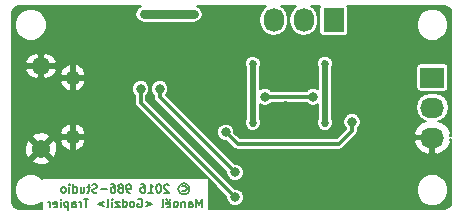
<source format=gbl>
G04 #@! TF.FileFunction,Copper,L2,Bot,Signal*
%FSLAX46Y46*%
G04 Gerber Fmt 4.6, Leading zero omitted, Abs format (unit mm)*
G04 Created by KiCad (PCBNEW (2016-07-14 BZR 6980)-product) date Friday 15 July 2016 'à' 19:16:37*
%MOMM*%
%LPD*%
G01*
G04 APERTURE LIST*
%ADD10C,0.150000*%
%ADD11C,0.175000*%
%ADD12R,1.727200X2.032000*%
%ADD13O,1.727200X2.032000*%
%ADD14C,1.250000*%
%ADD15C,1.550000*%
%ADD16R,2.032000X1.727200*%
%ADD17O,2.032000X1.727200*%
%ADD18C,0.685800*%
%ADD19C,0.800000*%
%ADD20C,0.500000*%
%ADD21C,0.800000*%
%ADD22C,0.300000*%
%ADD23C,0.180000*%
G04 APERTURE END LIST*
D10*
D11*
X162816666Y-95670833D02*
X162883333Y-95637500D01*
X163016666Y-95637500D01*
X163083333Y-95670833D01*
X163150000Y-95737500D01*
X163183333Y-95804166D01*
X163183333Y-95937500D01*
X163150000Y-96004166D01*
X163083333Y-96070833D01*
X163016666Y-96104166D01*
X162883333Y-96104166D01*
X162816666Y-96070833D01*
X162950000Y-95404166D02*
X163116666Y-95437500D01*
X163283333Y-95537500D01*
X163383333Y-95704166D01*
X163416666Y-95870833D01*
X163383333Y-96037500D01*
X163283333Y-96204166D01*
X163116666Y-96304166D01*
X162950000Y-96337500D01*
X162783333Y-96304166D01*
X162616666Y-96204166D01*
X162516666Y-96037500D01*
X162483333Y-95870833D01*
X162516666Y-95704166D01*
X162616666Y-95537500D01*
X162783333Y-95437500D01*
X162950000Y-95404166D01*
X161683333Y-95570833D02*
X161650000Y-95537500D01*
X161583333Y-95504166D01*
X161416666Y-95504166D01*
X161350000Y-95537500D01*
X161316666Y-95570833D01*
X161283333Y-95637500D01*
X161283333Y-95704166D01*
X161316666Y-95804166D01*
X161716666Y-96204166D01*
X161283333Y-96204166D01*
X160850000Y-95504166D02*
X160783333Y-95504166D01*
X160716666Y-95537500D01*
X160683333Y-95570833D01*
X160650000Y-95637500D01*
X160616666Y-95770833D01*
X160616666Y-95937500D01*
X160650000Y-96070833D01*
X160683333Y-96137500D01*
X160716666Y-96170833D01*
X160783333Y-96204166D01*
X160850000Y-96204166D01*
X160916666Y-96170833D01*
X160950000Y-96137500D01*
X160983333Y-96070833D01*
X161016666Y-95937500D01*
X161016666Y-95770833D01*
X160983333Y-95637500D01*
X160950000Y-95570833D01*
X160916666Y-95537500D01*
X160850000Y-95504166D01*
X159950000Y-96204166D02*
X160350000Y-96204166D01*
X160150000Y-96204166D02*
X160150000Y-95504166D01*
X160216666Y-95604166D01*
X160283333Y-95670833D01*
X160350000Y-95704166D01*
X159350000Y-95504166D02*
X159483333Y-95504166D01*
X159550000Y-95537500D01*
X159583333Y-95570833D01*
X159650000Y-95670833D01*
X159683333Y-95804166D01*
X159683333Y-96070833D01*
X159650000Y-96137500D01*
X159616666Y-96170833D01*
X159550000Y-96204166D01*
X159416666Y-96204166D01*
X159350000Y-96170833D01*
X159316666Y-96137500D01*
X159283333Y-96070833D01*
X159283333Y-95904166D01*
X159316666Y-95837500D01*
X159350000Y-95804166D01*
X159416666Y-95770833D01*
X159550000Y-95770833D01*
X159616666Y-95804166D01*
X159650000Y-95837500D01*
X159683333Y-95904166D01*
X158416666Y-96204166D02*
X158283333Y-96204166D01*
X158216666Y-96170833D01*
X158183333Y-96137500D01*
X158116666Y-96037500D01*
X158083333Y-95904166D01*
X158083333Y-95637500D01*
X158116666Y-95570833D01*
X158150000Y-95537500D01*
X158216666Y-95504166D01*
X158350000Y-95504166D01*
X158416666Y-95537500D01*
X158450000Y-95570833D01*
X158483333Y-95637500D01*
X158483333Y-95804166D01*
X158450000Y-95870833D01*
X158416666Y-95904166D01*
X158350000Y-95937500D01*
X158216666Y-95937500D01*
X158150000Y-95904166D01*
X158116666Y-95870833D01*
X158083333Y-95804166D01*
X157683333Y-95804166D02*
X157750000Y-95770833D01*
X157783333Y-95737500D01*
X157816666Y-95670833D01*
X157816666Y-95637500D01*
X157783333Y-95570833D01*
X157750000Y-95537500D01*
X157683333Y-95504166D01*
X157550000Y-95504166D01*
X157483333Y-95537500D01*
X157450000Y-95570833D01*
X157416666Y-95637500D01*
X157416666Y-95670833D01*
X157450000Y-95737500D01*
X157483333Y-95770833D01*
X157550000Y-95804166D01*
X157683333Y-95804166D01*
X157750000Y-95837500D01*
X157783333Y-95870833D01*
X157816666Y-95937500D01*
X157816666Y-96070833D01*
X157783333Y-96137500D01*
X157750000Y-96170833D01*
X157683333Y-96204166D01*
X157550000Y-96204166D01*
X157483333Y-96170833D01*
X157450000Y-96137500D01*
X157416666Y-96070833D01*
X157416666Y-95937500D01*
X157450000Y-95870833D01*
X157483333Y-95837500D01*
X157550000Y-95804166D01*
X156816666Y-95504166D02*
X156950000Y-95504166D01*
X157016666Y-95537500D01*
X157050000Y-95570833D01*
X157116666Y-95670833D01*
X157150000Y-95804166D01*
X157150000Y-96070833D01*
X157116666Y-96137500D01*
X157083333Y-96170833D01*
X157016666Y-96204166D01*
X156883333Y-96204166D01*
X156816666Y-96170833D01*
X156783333Y-96137500D01*
X156750000Y-96070833D01*
X156750000Y-95904166D01*
X156783333Y-95837500D01*
X156816666Y-95804166D01*
X156883333Y-95770833D01*
X157016666Y-95770833D01*
X157083333Y-95804166D01*
X157116666Y-95837500D01*
X157150000Y-95904166D01*
X156450000Y-95937500D02*
X155916666Y-95937500D01*
X155616666Y-96170833D02*
X155516666Y-96204166D01*
X155350000Y-96204166D01*
X155283333Y-96170833D01*
X155250000Y-96137500D01*
X155216666Y-96070833D01*
X155216666Y-96004166D01*
X155250000Y-95937500D01*
X155283333Y-95904166D01*
X155350000Y-95870833D01*
X155483333Y-95837500D01*
X155550000Y-95804166D01*
X155583333Y-95770833D01*
X155616666Y-95704166D01*
X155616666Y-95637500D01*
X155583333Y-95570833D01*
X155550000Y-95537500D01*
X155483333Y-95504166D01*
X155316666Y-95504166D01*
X155216666Y-95537500D01*
X155016666Y-95737500D02*
X154750000Y-95737500D01*
X154916666Y-95504166D02*
X154916666Y-96104166D01*
X154883333Y-96170833D01*
X154816666Y-96204166D01*
X154750000Y-96204166D01*
X154216666Y-95737500D02*
X154216666Y-96204166D01*
X154516666Y-95737500D02*
X154516666Y-96104166D01*
X154483333Y-96170833D01*
X154416666Y-96204166D01*
X154316666Y-96204166D01*
X154250000Y-96170833D01*
X154216666Y-96137500D01*
X153583333Y-96204166D02*
X153583333Y-95504166D01*
X153583333Y-96170833D02*
X153650000Y-96204166D01*
X153783333Y-96204166D01*
X153850000Y-96170833D01*
X153883333Y-96137500D01*
X153916666Y-96070833D01*
X153916666Y-95870833D01*
X153883333Y-95804166D01*
X153850000Y-95770833D01*
X153783333Y-95737500D01*
X153650000Y-95737500D01*
X153583333Y-95770833D01*
X153250000Y-96204166D02*
X153250000Y-95737500D01*
X153250000Y-95504166D02*
X153283333Y-95537500D01*
X153250000Y-95570833D01*
X153216666Y-95537500D01*
X153250000Y-95504166D01*
X153250000Y-95570833D01*
X152816666Y-96204166D02*
X152883333Y-96170833D01*
X152916666Y-96137500D01*
X152950000Y-96070833D01*
X152950000Y-95870833D01*
X152916666Y-95804166D01*
X152883333Y-95770833D01*
X152816666Y-95737500D01*
X152716666Y-95737500D01*
X152650000Y-95770833D01*
X152616666Y-95804166D01*
X152583333Y-95870833D01*
X152583333Y-96070833D01*
X152616666Y-96137500D01*
X152650000Y-96170833D01*
X152716666Y-96204166D01*
X152816666Y-96204166D01*
X164483333Y-97429166D02*
X164483333Y-96729166D01*
X164250000Y-97229166D01*
X164016666Y-96729166D01*
X164016666Y-97429166D01*
X163383333Y-97429166D02*
X163383333Y-97062500D01*
X163416666Y-96995833D01*
X163483333Y-96962500D01*
X163616666Y-96962500D01*
X163683333Y-96995833D01*
X163383333Y-97395833D02*
X163450000Y-97429166D01*
X163616666Y-97429166D01*
X163683333Y-97395833D01*
X163716666Y-97329166D01*
X163716666Y-97262500D01*
X163683333Y-97195833D01*
X163616666Y-97162500D01*
X163450000Y-97162500D01*
X163383333Y-97129166D01*
X163050000Y-96962500D02*
X163050000Y-97429166D01*
X163050000Y-97029166D02*
X163016666Y-96995833D01*
X162950000Y-96962500D01*
X162850000Y-96962500D01*
X162783333Y-96995833D01*
X162750000Y-97062500D01*
X162750000Y-97429166D01*
X162316666Y-97429166D02*
X162383333Y-97395833D01*
X162416666Y-97362500D01*
X162450000Y-97295833D01*
X162450000Y-97095833D01*
X162416666Y-97029166D01*
X162383333Y-96995833D01*
X162316666Y-96962500D01*
X162216666Y-96962500D01*
X162150000Y-96995833D01*
X162116666Y-97029166D01*
X162083333Y-97095833D01*
X162083333Y-97295833D01*
X162116666Y-97362500D01*
X162150000Y-97395833D01*
X162216666Y-97429166D01*
X162316666Y-97429166D01*
X161516666Y-97395833D02*
X161583333Y-97429166D01*
X161716666Y-97429166D01*
X161783333Y-97395833D01*
X161816666Y-97329166D01*
X161816666Y-97062500D01*
X161783333Y-96995833D01*
X161716666Y-96962500D01*
X161583333Y-96962500D01*
X161516666Y-96995833D01*
X161483333Y-97062500D01*
X161483333Y-97129166D01*
X161816666Y-97195833D01*
X161783333Y-96729166D02*
X161750000Y-96762500D01*
X161783333Y-96795833D01*
X161816666Y-96762500D01*
X161783333Y-96729166D01*
X161783333Y-96795833D01*
X161516666Y-96729166D02*
X161483333Y-96762500D01*
X161516666Y-96795833D01*
X161550000Y-96762500D01*
X161516666Y-96729166D01*
X161516666Y-96795833D01*
X161083333Y-97429166D02*
X161150000Y-97395833D01*
X161183333Y-97329166D01*
X161183333Y-96729166D01*
X159750000Y-96962500D02*
X160283333Y-97162500D01*
X159750000Y-97362500D01*
X159050000Y-96762500D02*
X159116666Y-96729166D01*
X159216666Y-96729166D01*
X159316666Y-96762500D01*
X159383333Y-96829166D01*
X159416666Y-96895833D01*
X159450000Y-97029166D01*
X159450000Y-97129166D01*
X159416666Y-97262500D01*
X159383333Y-97329166D01*
X159316666Y-97395833D01*
X159216666Y-97429166D01*
X159150000Y-97429166D01*
X159050000Y-97395833D01*
X159016666Y-97362500D01*
X159016666Y-97129166D01*
X159150000Y-97129166D01*
X158616666Y-97429166D02*
X158683333Y-97395833D01*
X158716666Y-97362500D01*
X158750000Y-97295833D01*
X158750000Y-97095833D01*
X158716666Y-97029166D01*
X158683333Y-96995833D01*
X158616666Y-96962500D01*
X158516666Y-96962500D01*
X158450000Y-96995833D01*
X158416666Y-97029166D01*
X158383333Y-97095833D01*
X158383333Y-97295833D01*
X158416666Y-97362500D01*
X158450000Y-97395833D01*
X158516666Y-97429166D01*
X158616666Y-97429166D01*
X157783333Y-97429166D02*
X157783333Y-96729166D01*
X157783333Y-97395833D02*
X157850000Y-97429166D01*
X157983333Y-97429166D01*
X158050000Y-97395833D01*
X158083333Y-97362500D01*
X158116666Y-97295833D01*
X158116666Y-97095833D01*
X158083333Y-97029166D01*
X158050000Y-96995833D01*
X157983333Y-96962500D01*
X157850000Y-96962500D01*
X157783333Y-96995833D01*
X157516666Y-96962500D02*
X157150000Y-96962500D01*
X157516666Y-97429166D01*
X157150000Y-97429166D01*
X156883333Y-97429166D02*
X156883333Y-96962500D01*
X156883333Y-96729166D02*
X156916666Y-96762500D01*
X156883333Y-96795833D01*
X156850000Y-96762500D01*
X156883333Y-96729166D01*
X156883333Y-96795833D01*
X156450000Y-97429166D02*
X156516666Y-97395833D01*
X156550000Y-97329166D01*
X156550000Y-96729166D01*
X156183333Y-96962500D02*
X155650000Y-97162500D01*
X156183333Y-97362500D01*
X154883333Y-96729166D02*
X154483333Y-96729166D01*
X154683333Y-97429166D02*
X154683333Y-96729166D01*
X154250000Y-97429166D02*
X154250000Y-96962500D01*
X154250000Y-97095833D02*
X154216666Y-97029166D01*
X154183333Y-96995833D01*
X154116666Y-96962500D01*
X154050000Y-96962500D01*
X153516666Y-97429166D02*
X153516666Y-97062500D01*
X153550000Y-96995833D01*
X153616666Y-96962500D01*
X153750000Y-96962500D01*
X153816666Y-96995833D01*
X153516666Y-97395833D02*
X153583333Y-97429166D01*
X153750000Y-97429166D01*
X153816666Y-97395833D01*
X153850000Y-97329166D01*
X153850000Y-97262500D01*
X153816666Y-97195833D01*
X153750000Y-97162500D01*
X153583333Y-97162500D01*
X153516666Y-97129166D01*
X153183333Y-96962500D02*
X153183333Y-97662500D01*
X153183333Y-96995833D02*
X153116666Y-96962500D01*
X152983333Y-96962500D01*
X152916666Y-96995833D01*
X152883333Y-97029166D01*
X152850000Y-97095833D01*
X152850000Y-97295833D01*
X152883333Y-97362500D01*
X152916666Y-97395833D01*
X152983333Y-97429166D01*
X153116666Y-97429166D01*
X153183333Y-97395833D01*
X152550000Y-97429166D02*
X152550000Y-96962500D01*
X152550000Y-96729166D02*
X152583333Y-96762500D01*
X152550000Y-96795833D01*
X152516666Y-96762500D01*
X152550000Y-96729166D01*
X152550000Y-96795833D01*
X151950000Y-97395833D02*
X152016666Y-97429166D01*
X152150000Y-97429166D01*
X152216666Y-97395833D01*
X152250000Y-97329166D01*
X152250000Y-97062500D01*
X152216666Y-96995833D01*
X152150000Y-96962500D01*
X152016666Y-96962500D01*
X151950000Y-96995833D01*
X151916666Y-97062500D01*
X151916666Y-97129166D01*
X152250000Y-97195833D01*
X151616666Y-97429166D02*
X151616666Y-96962500D01*
X151616666Y-97095833D02*
X151583333Y-97029166D01*
X151550000Y-96995833D01*
X151483333Y-96962500D01*
X151416666Y-96962500D01*
D12*
X175640000Y-81600000D03*
D13*
X173100000Y-81600000D03*
X170560000Y-81600000D03*
D14*
X153562540Y-86499100D03*
X153562540Y-91499100D03*
D15*
X150862540Y-85499100D03*
X150862540Y-92499100D03*
D16*
X184000000Y-86460000D03*
D17*
X184000000Y-89000000D03*
X184000000Y-91540000D03*
D18*
X162300004Y-87000000D03*
X159600000Y-82700000D03*
X161700000Y-94600000D03*
X176200000Y-96600000D03*
X171600000Y-88800000D03*
X179600000Y-91700000D03*
X158100000Y-83900000D03*
X159600000Y-81100000D03*
X163800000Y-81100000D03*
X168800000Y-85300000D03*
X168800000Y-90300000D03*
D19*
X159300000Y-87400000D03*
X167300000Y-96600000D03*
X167300000Y-94500000D03*
X160900000Y-87400000D03*
D18*
X174900000Y-90299999D03*
X174900000Y-85300000D03*
D19*
X166500000Y-91100000D03*
X177200000Y-90200000D03*
X169800000Y-88099992D03*
X173900000Y-88100000D03*
D20*
X168800000Y-90300000D02*
X168800000Y-85300000D01*
D21*
X163800000Y-81100000D02*
X159600000Y-81100000D01*
D22*
X159300000Y-87965685D02*
X159300000Y-87400000D01*
X159300000Y-88600000D02*
X159300000Y-87965685D01*
X167300000Y-96600000D02*
X159300000Y-88600000D01*
X167300000Y-94500000D02*
X160900000Y-88100000D01*
X160900000Y-88100000D02*
X160900000Y-87400000D01*
D20*
X174900000Y-90299999D02*
X174900000Y-85300000D01*
D22*
X177200000Y-90200000D02*
X177200000Y-91000000D01*
X177200000Y-91000000D02*
X176100000Y-92100000D01*
X176100000Y-92100000D02*
X167500000Y-92100000D01*
X167500000Y-92100000D02*
X166500000Y-91100000D01*
X169800008Y-88100000D02*
X169800000Y-88099992D01*
X173900000Y-88100000D02*
X169800008Y-88100000D01*
D23*
G36*
X159316814Y-80416329D02*
X159076741Y-80576741D01*
X158916329Y-80816814D01*
X158860000Y-81100000D01*
X158916329Y-81383186D01*
X159076741Y-81623259D01*
X159316814Y-81783671D01*
X159600000Y-81840000D01*
X163800000Y-81840000D01*
X164083186Y-81783671D01*
X164323259Y-81623259D01*
X164483671Y-81383186D01*
X164540000Y-81100000D01*
X164483671Y-80816814D01*
X164323259Y-80576741D01*
X164083186Y-80416329D01*
X164076505Y-80415000D01*
X169940841Y-80415000D01*
X169708926Y-80569960D01*
X169448019Y-80960436D01*
X169356400Y-81421034D01*
X169356400Y-81778966D01*
X169448019Y-82239564D01*
X169708926Y-82630040D01*
X170099402Y-82890947D01*
X170560000Y-82982566D01*
X171020598Y-82890947D01*
X171411074Y-82630040D01*
X171671981Y-82239564D01*
X171763600Y-81778966D01*
X171763600Y-81421034D01*
X171671981Y-80960436D01*
X171411074Y-80569960D01*
X171179159Y-80415000D01*
X172480841Y-80415000D01*
X172248926Y-80569960D01*
X171988019Y-80960436D01*
X171896400Y-81421034D01*
X171896400Y-81778966D01*
X171988019Y-82239564D01*
X172248926Y-82630040D01*
X172639402Y-82890947D01*
X173100000Y-82982566D01*
X173560598Y-82890947D01*
X173951074Y-82630040D01*
X174211981Y-82239564D01*
X174303600Y-81778966D01*
X174303600Y-81421034D01*
X174211981Y-80960436D01*
X173951074Y-80569960D01*
X173719159Y-80415000D01*
X174480409Y-80415000D01*
X174456128Y-80451339D01*
X174429740Y-80584000D01*
X174429740Y-82616000D01*
X174456128Y-82748661D01*
X174531274Y-82861126D01*
X174643739Y-82936272D01*
X174776400Y-82962660D01*
X176503600Y-82962660D01*
X176636261Y-82936272D01*
X176748726Y-82861126D01*
X176823872Y-82748661D01*
X176850260Y-82616000D01*
X176850260Y-82265373D01*
X182659768Y-82265373D01*
X182863341Y-82758057D01*
X183239960Y-83135334D01*
X183732288Y-83339767D01*
X184265373Y-83340232D01*
X184758057Y-83136659D01*
X185135334Y-82760040D01*
X185339767Y-82267712D01*
X185340232Y-81734627D01*
X185136659Y-81241943D01*
X184760040Y-80864666D01*
X184267712Y-80660233D01*
X183734627Y-80659768D01*
X183241943Y-80863341D01*
X182864666Y-81239960D01*
X182660233Y-81732288D01*
X182659768Y-82265373D01*
X176850260Y-82265373D01*
X176850260Y-80584000D01*
X176823872Y-80451339D01*
X176799591Y-80415000D01*
X184959126Y-80415000D01*
X185220758Y-80467041D01*
X185407909Y-80592092D01*
X185532958Y-80779241D01*
X185585000Y-81040874D01*
X185585000Y-91375998D01*
X185454211Y-91375998D01*
X185561234Y-91150818D01*
X185341152Y-90690659D01*
X184925635Y-90300396D01*
X184500385Y-90139666D01*
X184639564Y-90111981D01*
X185030040Y-89851074D01*
X185290947Y-89460598D01*
X185382566Y-89000000D01*
X185290947Y-88539402D01*
X185030040Y-88148926D01*
X184639564Y-87888019D01*
X184178966Y-87796400D01*
X183821034Y-87796400D01*
X183360436Y-87888019D01*
X182969960Y-88148926D01*
X182709053Y-88539402D01*
X182617434Y-89000000D01*
X182709053Y-89460598D01*
X182969960Y-89851074D01*
X183360436Y-90111981D01*
X183499615Y-90139666D01*
X183074365Y-90300396D01*
X182658848Y-90690659D01*
X182438766Y-91150818D01*
X182545790Y-91376000D01*
X183836000Y-91376000D01*
X183836000Y-91356000D01*
X184164000Y-91356000D01*
X184164000Y-91376000D01*
X184184000Y-91376000D01*
X184184000Y-91704000D01*
X184164000Y-91704000D01*
X184164000Y-92851450D01*
X184392400Y-92981149D01*
X184925635Y-92779604D01*
X185341152Y-92389341D01*
X185561234Y-91929182D01*
X185454211Y-91704002D01*
X185585000Y-91704002D01*
X185585000Y-96959126D01*
X185532958Y-97220759D01*
X185407909Y-97407908D01*
X185220758Y-97532959D01*
X184959126Y-97585000D01*
X165077500Y-97585000D01*
X165077500Y-95070465D01*
X166560041Y-96553006D01*
X166559872Y-96746549D01*
X166672293Y-97018628D01*
X166880277Y-97226975D01*
X167152159Y-97339871D01*
X167446549Y-97340128D01*
X167718628Y-97227707D01*
X167926975Y-97019723D01*
X168039871Y-96747841D01*
X168040128Y-96453451D01*
X167962416Y-96265373D01*
X182659768Y-96265373D01*
X182863341Y-96758057D01*
X183239960Y-97135334D01*
X183732288Y-97339767D01*
X184265373Y-97340232D01*
X184758057Y-97136659D01*
X185135334Y-96760040D01*
X185339767Y-96267712D01*
X185340232Y-95734627D01*
X185136659Y-95241943D01*
X184760040Y-94864666D01*
X184267712Y-94660233D01*
X183734627Y-94659768D01*
X183241943Y-94863341D01*
X182864666Y-95239960D01*
X182660233Y-95732288D01*
X182659768Y-96265373D01*
X167962416Y-96265373D01*
X167927707Y-96181372D01*
X167719723Y-95973025D01*
X167447841Y-95860129D01*
X167252924Y-95859959D01*
X159790000Y-88397036D01*
X159790000Y-87956459D01*
X159926975Y-87819723D01*
X160039871Y-87547841D01*
X160039872Y-87546549D01*
X160159872Y-87546549D01*
X160272293Y-87818628D01*
X160410000Y-87956575D01*
X160410000Y-88100000D01*
X160447299Y-88287515D01*
X160553518Y-88446482D01*
X166560041Y-94453005D01*
X166559872Y-94646549D01*
X166672293Y-94918628D01*
X166880277Y-95126975D01*
X167152159Y-95239871D01*
X167446549Y-95240128D01*
X167718628Y-95127707D01*
X167926975Y-94919723D01*
X168039871Y-94647841D01*
X168040128Y-94353451D01*
X167927707Y-94081372D01*
X167719723Y-93873025D01*
X167447841Y-93760129D01*
X167252923Y-93759959D01*
X164739513Y-91246549D01*
X165759872Y-91246549D01*
X165872293Y-91518628D01*
X166080277Y-91726975D01*
X166352159Y-91839871D01*
X166547077Y-91840041D01*
X167153518Y-92446483D01*
X167312485Y-92552701D01*
X167500000Y-92590000D01*
X176100000Y-92590000D01*
X176287515Y-92552701D01*
X176446482Y-92446482D01*
X176963782Y-91929182D01*
X182438766Y-91929182D01*
X182658848Y-92389341D01*
X183074365Y-92779604D01*
X183607600Y-92981149D01*
X183836000Y-92851450D01*
X183836000Y-91704000D01*
X182545790Y-91704000D01*
X182438766Y-91929182D01*
X176963782Y-91929182D01*
X177546482Y-91346482D01*
X177652701Y-91187515D01*
X177690000Y-91000000D01*
X177690000Y-90756459D01*
X177826975Y-90619723D01*
X177939871Y-90347841D01*
X177940128Y-90053451D01*
X177827707Y-89781372D01*
X177619723Y-89573025D01*
X177347841Y-89460129D01*
X177053451Y-89459872D01*
X176781372Y-89572293D01*
X176573025Y-89780277D01*
X176460129Y-90052159D01*
X176459872Y-90346549D01*
X176572293Y-90618628D01*
X176710000Y-90756575D01*
X176710000Y-90797036D01*
X175897036Y-91610000D01*
X167702965Y-91610000D01*
X167239959Y-91146995D01*
X167240128Y-90953451D01*
X167127707Y-90681372D01*
X166919723Y-90473025D01*
X166647841Y-90360129D01*
X166353451Y-90359872D01*
X166081372Y-90472293D01*
X165873025Y-90680277D01*
X165760129Y-90952159D01*
X165759872Y-91246549D01*
X164739513Y-91246549D01*
X161419738Y-87926774D01*
X161526975Y-87819723D01*
X161639871Y-87547841D01*
X161640128Y-87253451D01*
X161527707Y-86981372D01*
X161319723Y-86773025D01*
X161047841Y-86660129D01*
X160753451Y-86659872D01*
X160481372Y-86772293D01*
X160273025Y-86980277D01*
X160160129Y-87252159D01*
X160159872Y-87546549D01*
X160039872Y-87546549D01*
X160040128Y-87253451D01*
X159927707Y-86981372D01*
X159719723Y-86773025D01*
X159447841Y-86660129D01*
X159153451Y-86659872D01*
X158881372Y-86772293D01*
X158673025Y-86980277D01*
X158560129Y-87252159D01*
X158559872Y-87546549D01*
X158672293Y-87818628D01*
X158810000Y-87956575D01*
X158810000Y-88600000D01*
X158847299Y-88787515D01*
X158953518Y-88946482D01*
X165006785Y-94999750D01*
X150922500Y-94999750D01*
X150922500Y-95027410D01*
X150760040Y-94864666D01*
X150267712Y-94660233D01*
X149734627Y-94659768D01*
X149241943Y-94863341D01*
X148864666Y-95239960D01*
X148660233Y-95732288D01*
X148659768Y-96265373D01*
X148863341Y-96758057D01*
X149239960Y-97135334D01*
X149732288Y-97339767D01*
X150265373Y-97340232D01*
X150758057Y-97136659D01*
X150922500Y-96972503D01*
X150922500Y-97585000D01*
X149040874Y-97585000D01*
X148779241Y-97532958D01*
X148592092Y-97407909D01*
X148467041Y-97220758D01*
X148415000Y-96959126D01*
X148415000Y-93491593D01*
X150101978Y-93491593D01*
X150178045Y-93720239D01*
X150697459Y-93889231D01*
X151242005Y-93846587D01*
X151547035Y-93720239D01*
X151623102Y-93491593D01*
X150862540Y-92731031D01*
X150101978Y-93491593D01*
X148415000Y-93491593D01*
X148415000Y-92334019D01*
X149472409Y-92334019D01*
X149515053Y-92878565D01*
X149641401Y-93183595D01*
X149870047Y-93259662D01*
X150630609Y-92499100D01*
X151094471Y-92499100D01*
X151855033Y-93259662D01*
X152083679Y-93183595D01*
X152252671Y-92664181D01*
X152210027Y-92119635D01*
X152090311Y-91830615D01*
X152505996Y-91830615D01*
X152655883Y-92221120D01*
X152943801Y-92524540D01*
X153234677Y-92670783D01*
X153398540Y-92557921D01*
X153398540Y-91663100D01*
X153726540Y-91663100D01*
X153726540Y-92557921D01*
X153890403Y-92670783D01*
X154181279Y-92524540D01*
X154469197Y-92221120D01*
X154619084Y-91830615D01*
X154484971Y-91663100D01*
X153726540Y-91663100D01*
X153398540Y-91663100D01*
X152640109Y-91663100D01*
X152505996Y-91830615D01*
X152090311Y-91830615D01*
X152083679Y-91814605D01*
X151855033Y-91738538D01*
X151094471Y-92499100D01*
X150630609Y-92499100D01*
X149870047Y-91738538D01*
X149641401Y-91814605D01*
X149472409Y-92334019D01*
X148415000Y-92334019D01*
X148415000Y-91506607D01*
X150101978Y-91506607D01*
X150862540Y-92267169D01*
X151623102Y-91506607D01*
X151547035Y-91277961D01*
X151207784Y-91167585D01*
X152505996Y-91167585D01*
X152640109Y-91335100D01*
X153398540Y-91335100D01*
X153398540Y-90440279D01*
X153726540Y-90440279D01*
X153726540Y-91335100D01*
X154484971Y-91335100D01*
X154619084Y-91167585D01*
X154469197Y-90777080D01*
X154181279Y-90473660D01*
X153890403Y-90327417D01*
X153726540Y-90440279D01*
X153398540Y-90440279D01*
X153234677Y-90327417D01*
X152943801Y-90473660D01*
X152655883Y-90777080D01*
X152505996Y-91167585D01*
X151207784Y-91167585D01*
X151027621Y-91108969D01*
X150483075Y-91151613D01*
X150178045Y-91277961D01*
X150101978Y-91506607D01*
X148415000Y-91506607D01*
X148415000Y-86830615D01*
X152505996Y-86830615D01*
X152655883Y-87221120D01*
X152943801Y-87524540D01*
X153234677Y-87670783D01*
X153398540Y-87557921D01*
X153398540Y-86663100D01*
X153726540Y-86663100D01*
X153726540Y-87557921D01*
X153890403Y-87670783D01*
X154181279Y-87524540D01*
X154469197Y-87221120D01*
X154619084Y-86830615D01*
X154484971Y-86663100D01*
X153726540Y-86663100D01*
X153398540Y-86663100D01*
X152640109Y-86663100D01*
X152505996Y-86830615D01*
X148415000Y-86830615D01*
X148415000Y-85830919D01*
X149540879Y-85830919D01*
X149757812Y-86239136D01*
X150104171Y-86500327D01*
X150524118Y-86609091D01*
X150698540Y-86455847D01*
X150698540Y-85663100D01*
X151026540Y-85663100D01*
X151026540Y-86455847D01*
X151200962Y-86609091D01*
X151620909Y-86500327D01*
X151967268Y-86239136D01*
X152005291Y-86167585D01*
X152505996Y-86167585D01*
X152640109Y-86335100D01*
X153398540Y-86335100D01*
X153398540Y-85440279D01*
X153726540Y-85440279D01*
X153726540Y-86335100D01*
X154484971Y-86335100D01*
X154619084Y-86167585D01*
X154469197Y-85777080D01*
X154181279Y-85473660D01*
X154104864Y-85435241D01*
X168116982Y-85435241D01*
X168210000Y-85660363D01*
X168210000Y-89940125D01*
X168117219Y-90163567D01*
X168116982Y-90435241D01*
X168220728Y-90686327D01*
X168412663Y-90878597D01*
X168663567Y-90982781D01*
X168935241Y-90983018D01*
X169186327Y-90879272D01*
X169378597Y-90687337D01*
X169482781Y-90436433D01*
X169483018Y-90164759D01*
X169390000Y-89939637D01*
X169390000Y-88731004D01*
X169652159Y-88839863D01*
X169946549Y-88840120D01*
X170218628Y-88727699D01*
X170356567Y-88590000D01*
X173343541Y-88590000D01*
X173480277Y-88726975D01*
X173752159Y-88839871D01*
X174046549Y-88840128D01*
X174310000Y-88731272D01*
X174310000Y-89940124D01*
X174217219Y-90163566D01*
X174216982Y-90435240D01*
X174320728Y-90686326D01*
X174512663Y-90878596D01*
X174763567Y-90982780D01*
X175035241Y-90983017D01*
X175286327Y-90879271D01*
X175478597Y-90687336D01*
X175582781Y-90436432D01*
X175583018Y-90164758D01*
X175490000Y-89939636D01*
X175490000Y-85659875D01*
X175516357Y-85596400D01*
X182637340Y-85596400D01*
X182637340Y-87323600D01*
X182663728Y-87456261D01*
X182738874Y-87568726D01*
X182851339Y-87643872D01*
X182984000Y-87670260D01*
X185016000Y-87670260D01*
X185148661Y-87643872D01*
X185261126Y-87568726D01*
X185336272Y-87456261D01*
X185362660Y-87323600D01*
X185362660Y-85596400D01*
X185336272Y-85463739D01*
X185261126Y-85351274D01*
X185148661Y-85276128D01*
X185016000Y-85249740D01*
X182984000Y-85249740D01*
X182851339Y-85276128D01*
X182738874Y-85351274D01*
X182663728Y-85463739D01*
X182637340Y-85596400D01*
X175516357Y-85596400D01*
X175582781Y-85436433D01*
X175583018Y-85164759D01*
X175479272Y-84913673D01*
X175287337Y-84721403D01*
X175036433Y-84617219D01*
X174764759Y-84616982D01*
X174513673Y-84720728D01*
X174321403Y-84912663D01*
X174217219Y-85163567D01*
X174216982Y-85435241D01*
X174310000Y-85660363D01*
X174310000Y-87468988D01*
X174047841Y-87360129D01*
X173753451Y-87359872D01*
X173481372Y-87472293D01*
X173343425Y-87610000D01*
X170356467Y-87610000D01*
X170219723Y-87473017D01*
X169947841Y-87360121D01*
X169653451Y-87359864D01*
X169390000Y-87468720D01*
X169390000Y-85659875D01*
X169482781Y-85436433D01*
X169483018Y-85164759D01*
X169379272Y-84913673D01*
X169187337Y-84721403D01*
X168936433Y-84617219D01*
X168664759Y-84616982D01*
X168413673Y-84720728D01*
X168221403Y-84912663D01*
X168117219Y-85163567D01*
X168116982Y-85435241D01*
X154104864Y-85435241D01*
X153890403Y-85327417D01*
X153726540Y-85440279D01*
X153398540Y-85440279D01*
X153234677Y-85327417D01*
X152943801Y-85473660D01*
X152655883Y-85777080D01*
X152505996Y-86167585D01*
X152005291Y-86167585D01*
X152184201Y-85830919D01*
X152071754Y-85663100D01*
X151026540Y-85663100D01*
X150698540Y-85663100D01*
X149653326Y-85663100D01*
X149540879Y-85830919D01*
X148415000Y-85830919D01*
X148415000Y-85167281D01*
X149540879Y-85167281D01*
X149653326Y-85335100D01*
X150698540Y-85335100D01*
X150698540Y-84542353D01*
X151026540Y-84542353D01*
X151026540Y-85335100D01*
X152071754Y-85335100D01*
X152184201Y-85167281D01*
X151967268Y-84759064D01*
X151620909Y-84497873D01*
X151200962Y-84389109D01*
X151026540Y-84542353D01*
X150698540Y-84542353D01*
X150524118Y-84389109D01*
X150104171Y-84497873D01*
X149757812Y-84759064D01*
X149540879Y-85167281D01*
X148415000Y-85167281D01*
X148415000Y-82265373D01*
X148659768Y-82265373D01*
X148863341Y-82758057D01*
X149239960Y-83135334D01*
X149732288Y-83339767D01*
X150265373Y-83340232D01*
X150758057Y-83136659D01*
X151135334Y-82760040D01*
X151339767Y-82267712D01*
X151340232Y-81734627D01*
X151136659Y-81241943D01*
X150760040Y-80864666D01*
X150267712Y-80660233D01*
X149734627Y-80659768D01*
X149241943Y-80863341D01*
X148864666Y-81239960D01*
X148660233Y-81732288D01*
X148659768Y-82265373D01*
X148415000Y-82265373D01*
X148415000Y-81040874D01*
X148467041Y-80779242D01*
X148592092Y-80592091D01*
X148779241Y-80467042D01*
X149040874Y-80415000D01*
X159323495Y-80415000D01*
X159316814Y-80416329D01*
X159316814Y-80416329D01*
G37*
X159316814Y-80416329D02*
X159076741Y-80576741D01*
X158916329Y-80816814D01*
X158860000Y-81100000D01*
X158916329Y-81383186D01*
X159076741Y-81623259D01*
X159316814Y-81783671D01*
X159600000Y-81840000D01*
X163800000Y-81840000D01*
X164083186Y-81783671D01*
X164323259Y-81623259D01*
X164483671Y-81383186D01*
X164540000Y-81100000D01*
X164483671Y-80816814D01*
X164323259Y-80576741D01*
X164083186Y-80416329D01*
X164076505Y-80415000D01*
X169940841Y-80415000D01*
X169708926Y-80569960D01*
X169448019Y-80960436D01*
X169356400Y-81421034D01*
X169356400Y-81778966D01*
X169448019Y-82239564D01*
X169708926Y-82630040D01*
X170099402Y-82890947D01*
X170560000Y-82982566D01*
X171020598Y-82890947D01*
X171411074Y-82630040D01*
X171671981Y-82239564D01*
X171763600Y-81778966D01*
X171763600Y-81421034D01*
X171671981Y-80960436D01*
X171411074Y-80569960D01*
X171179159Y-80415000D01*
X172480841Y-80415000D01*
X172248926Y-80569960D01*
X171988019Y-80960436D01*
X171896400Y-81421034D01*
X171896400Y-81778966D01*
X171988019Y-82239564D01*
X172248926Y-82630040D01*
X172639402Y-82890947D01*
X173100000Y-82982566D01*
X173560598Y-82890947D01*
X173951074Y-82630040D01*
X174211981Y-82239564D01*
X174303600Y-81778966D01*
X174303600Y-81421034D01*
X174211981Y-80960436D01*
X173951074Y-80569960D01*
X173719159Y-80415000D01*
X174480409Y-80415000D01*
X174456128Y-80451339D01*
X174429740Y-80584000D01*
X174429740Y-82616000D01*
X174456128Y-82748661D01*
X174531274Y-82861126D01*
X174643739Y-82936272D01*
X174776400Y-82962660D01*
X176503600Y-82962660D01*
X176636261Y-82936272D01*
X176748726Y-82861126D01*
X176823872Y-82748661D01*
X176850260Y-82616000D01*
X176850260Y-82265373D01*
X182659768Y-82265373D01*
X182863341Y-82758057D01*
X183239960Y-83135334D01*
X183732288Y-83339767D01*
X184265373Y-83340232D01*
X184758057Y-83136659D01*
X185135334Y-82760040D01*
X185339767Y-82267712D01*
X185340232Y-81734627D01*
X185136659Y-81241943D01*
X184760040Y-80864666D01*
X184267712Y-80660233D01*
X183734627Y-80659768D01*
X183241943Y-80863341D01*
X182864666Y-81239960D01*
X182660233Y-81732288D01*
X182659768Y-82265373D01*
X176850260Y-82265373D01*
X176850260Y-80584000D01*
X176823872Y-80451339D01*
X176799591Y-80415000D01*
X184959126Y-80415000D01*
X185220758Y-80467041D01*
X185407909Y-80592092D01*
X185532958Y-80779241D01*
X185585000Y-81040874D01*
X185585000Y-91375998D01*
X185454211Y-91375998D01*
X185561234Y-91150818D01*
X185341152Y-90690659D01*
X184925635Y-90300396D01*
X184500385Y-90139666D01*
X184639564Y-90111981D01*
X185030040Y-89851074D01*
X185290947Y-89460598D01*
X185382566Y-89000000D01*
X185290947Y-88539402D01*
X185030040Y-88148926D01*
X184639564Y-87888019D01*
X184178966Y-87796400D01*
X183821034Y-87796400D01*
X183360436Y-87888019D01*
X182969960Y-88148926D01*
X182709053Y-88539402D01*
X182617434Y-89000000D01*
X182709053Y-89460598D01*
X182969960Y-89851074D01*
X183360436Y-90111981D01*
X183499615Y-90139666D01*
X183074365Y-90300396D01*
X182658848Y-90690659D01*
X182438766Y-91150818D01*
X182545790Y-91376000D01*
X183836000Y-91376000D01*
X183836000Y-91356000D01*
X184164000Y-91356000D01*
X184164000Y-91376000D01*
X184184000Y-91376000D01*
X184184000Y-91704000D01*
X184164000Y-91704000D01*
X184164000Y-92851450D01*
X184392400Y-92981149D01*
X184925635Y-92779604D01*
X185341152Y-92389341D01*
X185561234Y-91929182D01*
X185454211Y-91704002D01*
X185585000Y-91704002D01*
X185585000Y-96959126D01*
X185532958Y-97220759D01*
X185407909Y-97407908D01*
X185220758Y-97532959D01*
X184959126Y-97585000D01*
X165077500Y-97585000D01*
X165077500Y-95070465D01*
X166560041Y-96553006D01*
X166559872Y-96746549D01*
X166672293Y-97018628D01*
X166880277Y-97226975D01*
X167152159Y-97339871D01*
X167446549Y-97340128D01*
X167718628Y-97227707D01*
X167926975Y-97019723D01*
X168039871Y-96747841D01*
X168040128Y-96453451D01*
X167962416Y-96265373D01*
X182659768Y-96265373D01*
X182863341Y-96758057D01*
X183239960Y-97135334D01*
X183732288Y-97339767D01*
X184265373Y-97340232D01*
X184758057Y-97136659D01*
X185135334Y-96760040D01*
X185339767Y-96267712D01*
X185340232Y-95734627D01*
X185136659Y-95241943D01*
X184760040Y-94864666D01*
X184267712Y-94660233D01*
X183734627Y-94659768D01*
X183241943Y-94863341D01*
X182864666Y-95239960D01*
X182660233Y-95732288D01*
X182659768Y-96265373D01*
X167962416Y-96265373D01*
X167927707Y-96181372D01*
X167719723Y-95973025D01*
X167447841Y-95860129D01*
X167252924Y-95859959D01*
X159790000Y-88397036D01*
X159790000Y-87956459D01*
X159926975Y-87819723D01*
X160039871Y-87547841D01*
X160039872Y-87546549D01*
X160159872Y-87546549D01*
X160272293Y-87818628D01*
X160410000Y-87956575D01*
X160410000Y-88100000D01*
X160447299Y-88287515D01*
X160553518Y-88446482D01*
X166560041Y-94453005D01*
X166559872Y-94646549D01*
X166672293Y-94918628D01*
X166880277Y-95126975D01*
X167152159Y-95239871D01*
X167446549Y-95240128D01*
X167718628Y-95127707D01*
X167926975Y-94919723D01*
X168039871Y-94647841D01*
X168040128Y-94353451D01*
X167927707Y-94081372D01*
X167719723Y-93873025D01*
X167447841Y-93760129D01*
X167252923Y-93759959D01*
X164739513Y-91246549D01*
X165759872Y-91246549D01*
X165872293Y-91518628D01*
X166080277Y-91726975D01*
X166352159Y-91839871D01*
X166547077Y-91840041D01*
X167153518Y-92446483D01*
X167312485Y-92552701D01*
X167500000Y-92590000D01*
X176100000Y-92590000D01*
X176287515Y-92552701D01*
X176446482Y-92446482D01*
X176963782Y-91929182D01*
X182438766Y-91929182D01*
X182658848Y-92389341D01*
X183074365Y-92779604D01*
X183607600Y-92981149D01*
X183836000Y-92851450D01*
X183836000Y-91704000D01*
X182545790Y-91704000D01*
X182438766Y-91929182D01*
X176963782Y-91929182D01*
X177546482Y-91346482D01*
X177652701Y-91187515D01*
X177690000Y-91000000D01*
X177690000Y-90756459D01*
X177826975Y-90619723D01*
X177939871Y-90347841D01*
X177940128Y-90053451D01*
X177827707Y-89781372D01*
X177619723Y-89573025D01*
X177347841Y-89460129D01*
X177053451Y-89459872D01*
X176781372Y-89572293D01*
X176573025Y-89780277D01*
X176460129Y-90052159D01*
X176459872Y-90346549D01*
X176572293Y-90618628D01*
X176710000Y-90756575D01*
X176710000Y-90797036D01*
X175897036Y-91610000D01*
X167702965Y-91610000D01*
X167239959Y-91146995D01*
X167240128Y-90953451D01*
X167127707Y-90681372D01*
X166919723Y-90473025D01*
X166647841Y-90360129D01*
X166353451Y-90359872D01*
X166081372Y-90472293D01*
X165873025Y-90680277D01*
X165760129Y-90952159D01*
X165759872Y-91246549D01*
X164739513Y-91246549D01*
X161419738Y-87926774D01*
X161526975Y-87819723D01*
X161639871Y-87547841D01*
X161640128Y-87253451D01*
X161527707Y-86981372D01*
X161319723Y-86773025D01*
X161047841Y-86660129D01*
X160753451Y-86659872D01*
X160481372Y-86772293D01*
X160273025Y-86980277D01*
X160160129Y-87252159D01*
X160159872Y-87546549D01*
X160039872Y-87546549D01*
X160040128Y-87253451D01*
X159927707Y-86981372D01*
X159719723Y-86773025D01*
X159447841Y-86660129D01*
X159153451Y-86659872D01*
X158881372Y-86772293D01*
X158673025Y-86980277D01*
X158560129Y-87252159D01*
X158559872Y-87546549D01*
X158672293Y-87818628D01*
X158810000Y-87956575D01*
X158810000Y-88600000D01*
X158847299Y-88787515D01*
X158953518Y-88946482D01*
X165006785Y-94999750D01*
X150922500Y-94999750D01*
X150922500Y-95027410D01*
X150760040Y-94864666D01*
X150267712Y-94660233D01*
X149734627Y-94659768D01*
X149241943Y-94863341D01*
X148864666Y-95239960D01*
X148660233Y-95732288D01*
X148659768Y-96265373D01*
X148863341Y-96758057D01*
X149239960Y-97135334D01*
X149732288Y-97339767D01*
X150265373Y-97340232D01*
X150758057Y-97136659D01*
X150922500Y-96972503D01*
X150922500Y-97585000D01*
X149040874Y-97585000D01*
X148779241Y-97532958D01*
X148592092Y-97407909D01*
X148467041Y-97220758D01*
X148415000Y-96959126D01*
X148415000Y-93491593D01*
X150101978Y-93491593D01*
X150178045Y-93720239D01*
X150697459Y-93889231D01*
X151242005Y-93846587D01*
X151547035Y-93720239D01*
X151623102Y-93491593D01*
X150862540Y-92731031D01*
X150101978Y-93491593D01*
X148415000Y-93491593D01*
X148415000Y-92334019D01*
X149472409Y-92334019D01*
X149515053Y-92878565D01*
X149641401Y-93183595D01*
X149870047Y-93259662D01*
X150630609Y-92499100D01*
X151094471Y-92499100D01*
X151855033Y-93259662D01*
X152083679Y-93183595D01*
X152252671Y-92664181D01*
X152210027Y-92119635D01*
X152090311Y-91830615D01*
X152505996Y-91830615D01*
X152655883Y-92221120D01*
X152943801Y-92524540D01*
X153234677Y-92670783D01*
X153398540Y-92557921D01*
X153398540Y-91663100D01*
X153726540Y-91663100D01*
X153726540Y-92557921D01*
X153890403Y-92670783D01*
X154181279Y-92524540D01*
X154469197Y-92221120D01*
X154619084Y-91830615D01*
X154484971Y-91663100D01*
X153726540Y-91663100D01*
X153398540Y-91663100D01*
X152640109Y-91663100D01*
X152505996Y-91830615D01*
X152090311Y-91830615D01*
X152083679Y-91814605D01*
X151855033Y-91738538D01*
X151094471Y-92499100D01*
X150630609Y-92499100D01*
X149870047Y-91738538D01*
X149641401Y-91814605D01*
X149472409Y-92334019D01*
X148415000Y-92334019D01*
X148415000Y-91506607D01*
X150101978Y-91506607D01*
X150862540Y-92267169D01*
X151623102Y-91506607D01*
X151547035Y-91277961D01*
X151207784Y-91167585D01*
X152505996Y-91167585D01*
X152640109Y-91335100D01*
X153398540Y-91335100D01*
X153398540Y-90440279D01*
X153726540Y-90440279D01*
X153726540Y-91335100D01*
X154484971Y-91335100D01*
X154619084Y-91167585D01*
X154469197Y-90777080D01*
X154181279Y-90473660D01*
X153890403Y-90327417D01*
X153726540Y-90440279D01*
X153398540Y-90440279D01*
X153234677Y-90327417D01*
X152943801Y-90473660D01*
X152655883Y-90777080D01*
X152505996Y-91167585D01*
X151207784Y-91167585D01*
X151027621Y-91108969D01*
X150483075Y-91151613D01*
X150178045Y-91277961D01*
X150101978Y-91506607D01*
X148415000Y-91506607D01*
X148415000Y-86830615D01*
X152505996Y-86830615D01*
X152655883Y-87221120D01*
X152943801Y-87524540D01*
X153234677Y-87670783D01*
X153398540Y-87557921D01*
X153398540Y-86663100D01*
X153726540Y-86663100D01*
X153726540Y-87557921D01*
X153890403Y-87670783D01*
X154181279Y-87524540D01*
X154469197Y-87221120D01*
X154619084Y-86830615D01*
X154484971Y-86663100D01*
X153726540Y-86663100D01*
X153398540Y-86663100D01*
X152640109Y-86663100D01*
X152505996Y-86830615D01*
X148415000Y-86830615D01*
X148415000Y-85830919D01*
X149540879Y-85830919D01*
X149757812Y-86239136D01*
X150104171Y-86500327D01*
X150524118Y-86609091D01*
X150698540Y-86455847D01*
X150698540Y-85663100D01*
X151026540Y-85663100D01*
X151026540Y-86455847D01*
X151200962Y-86609091D01*
X151620909Y-86500327D01*
X151967268Y-86239136D01*
X152005291Y-86167585D01*
X152505996Y-86167585D01*
X152640109Y-86335100D01*
X153398540Y-86335100D01*
X153398540Y-85440279D01*
X153726540Y-85440279D01*
X153726540Y-86335100D01*
X154484971Y-86335100D01*
X154619084Y-86167585D01*
X154469197Y-85777080D01*
X154181279Y-85473660D01*
X154104864Y-85435241D01*
X168116982Y-85435241D01*
X168210000Y-85660363D01*
X168210000Y-89940125D01*
X168117219Y-90163567D01*
X168116982Y-90435241D01*
X168220728Y-90686327D01*
X168412663Y-90878597D01*
X168663567Y-90982781D01*
X168935241Y-90983018D01*
X169186327Y-90879272D01*
X169378597Y-90687337D01*
X169482781Y-90436433D01*
X169483018Y-90164759D01*
X169390000Y-89939637D01*
X169390000Y-88731004D01*
X169652159Y-88839863D01*
X169946549Y-88840120D01*
X170218628Y-88727699D01*
X170356567Y-88590000D01*
X173343541Y-88590000D01*
X173480277Y-88726975D01*
X173752159Y-88839871D01*
X174046549Y-88840128D01*
X174310000Y-88731272D01*
X174310000Y-89940124D01*
X174217219Y-90163566D01*
X174216982Y-90435240D01*
X174320728Y-90686326D01*
X174512663Y-90878596D01*
X174763567Y-90982780D01*
X175035241Y-90983017D01*
X175286327Y-90879271D01*
X175478597Y-90687336D01*
X175582781Y-90436432D01*
X175583018Y-90164758D01*
X175490000Y-89939636D01*
X175490000Y-85659875D01*
X175516357Y-85596400D01*
X182637340Y-85596400D01*
X182637340Y-87323600D01*
X182663728Y-87456261D01*
X182738874Y-87568726D01*
X182851339Y-87643872D01*
X182984000Y-87670260D01*
X185016000Y-87670260D01*
X185148661Y-87643872D01*
X185261126Y-87568726D01*
X185336272Y-87456261D01*
X185362660Y-87323600D01*
X185362660Y-85596400D01*
X185336272Y-85463739D01*
X185261126Y-85351274D01*
X185148661Y-85276128D01*
X185016000Y-85249740D01*
X182984000Y-85249740D01*
X182851339Y-85276128D01*
X182738874Y-85351274D01*
X182663728Y-85463739D01*
X182637340Y-85596400D01*
X175516357Y-85596400D01*
X175582781Y-85436433D01*
X175583018Y-85164759D01*
X175479272Y-84913673D01*
X175287337Y-84721403D01*
X175036433Y-84617219D01*
X174764759Y-84616982D01*
X174513673Y-84720728D01*
X174321403Y-84912663D01*
X174217219Y-85163567D01*
X174216982Y-85435241D01*
X174310000Y-85660363D01*
X174310000Y-87468988D01*
X174047841Y-87360129D01*
X173753451Y-87359872D01*
X173481372Y-87472293D01*
X173343425Y-87610000D01*
X170356467Y-87610000D01*
X170219723Y-87473017D01*
X169947841Y-87360121D01*
X169653451Y-87359864D01*
X169390000Y-87468720D01*
X169390000Y-85659875D01*
X169482781Y-85436433D01*
X169483018Y-85164759D01*
X169379272Y-84913673D01*
X169187337Y-84721403D01*
X168936433Y-84617219D01*
X168664759Y-84616982D01*
X168413673Y-84720728D01*
X168221403Y-84912663D01*
X168117219Y-85163567D01*
X168116982Y-85435241D01*
X154104864Y-85435241D01*
X153890403Y-85327417D01*
X153726540Y-85440279D01*
X153398540Y-85440279D01*
X153234677Y-85327417D01*
X152943801Y-85473660D01*
X152655883Y-85777080D01*
X152505996Y-86167585D01*
X152005291Y-86167585D01*
X152184201Y-85830919D01*
X152071754Y-85663100D01*
X151026540Y-85663100D01*
X150698540Y-85663100D01*
X149653326Y-85663100D01*
X149540879Y-85830919D01*
X148415000Y-85830919D01*
X148415000Y-85167281D01*
X149540879Y-85167281D01*
X149653326Y-85335100D01*
X150698540Y-85335100D01*
X150698540Y-84542353D01*
X151026540Y-84542353D01*
X151026540Y-85335100D01*
X152071754Y-85335100D01*
X152184201Y-85167281D01*
X151967268Y-84759064D01*
X151620909Y-84497873D01*
X151200962Y-84389109D01*
X151026540Y-84542353D01*
X150698540Y-84542353D01*
X150524118Y-84389109D01*
X150104171Y-84497873D01*
X149757812Y-84759064D01*
X149540879Y-85167281D01*
X148415000Y-85167281D01*
X148415000Y-82265373D01*
X148659768Y-82265373D01*
X148863341Y-82758057D01*
X149239960Y-83135334D01*
X149732288Y-83339767D01*
X150265373Y-83340232D01*
X150758057Y-83136659D01*
X151135334Y-82760040D01*
X151339767Y-82267712D01*
X151340232Y-81734627D01*
X151136659Y-81241943D01*
X150760040Y-80864666D01*
X150267712Y-80660233D01*
X149734627Y-80659768D01*
X149241943Y-80863341D01*
X148864666Y-81239960D01*
X148660233Y-81732288D01*
X148659768Y-82265373D01*
X148415000Y-82265373D01*
X148415000Y-81040874D01*
X148467041Y-80779242D01*
X148592092Y-80592091D01*
X148779241Y-80467042D01*
X149040874Y-80415000D01*
X159323495Y-80415000D01*
X159316814Y-80416329D01*
M02*

</source>
